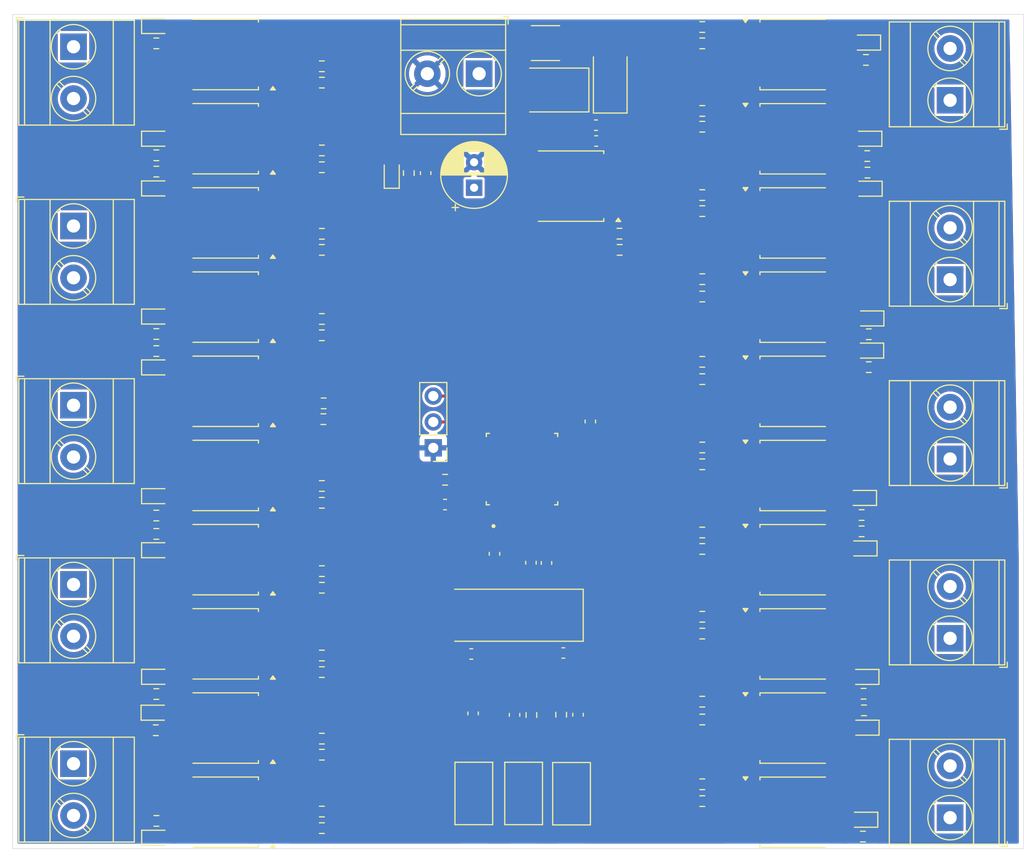
<source format=kicad_pcb>
(kicad_pcb (version 20240108) (generator "pcbnew") (generator_version "8.0")
  (layers (0 "F.Cu" signal) (31 "B.Cu" signal) (34 "B.Paste" user) (35 "F.Paste" user) (36 "B.SilkS" user "B.Silkscreen") (37 "F.SilkS" user "F.Silkscreen") (38 "B.Mask" user) (39 "F.Mask" user) (44 "Edge.Cuts" user))
  (net 0 "")
  (net 1 "/MCU/PA8")
  (net 2 "GND")
  (net 3 "/MCU/PA10")
  (net 4 "/Power Managment/Vcc_12_REG")
  (net 5 "/MCU/VCC_3v3")
  (net 6 "Net-(D1-A1)")
  (net 7 "Net-(D3-A)")
  (net 8 "/MCU/PA7")
  (net 9 "/Switch/CH1")
  (net 10 "Net-(D4-A)")
  (net 11 "/MCU/PB12")
  (net 12 "/MCU/PA12")
  (net 13 "/MCU/~{RST}")
  (net 14 "Net-(D5-A)")
  (net 15 "/MCU/PA3")
  (net 16 "/Switch/CH2")
  (net 17 "/Switch/CH3")
  (net 18 "Net-(D6-A)")
  (net 19 "Net-(D7-A)")
  (net 20 "/Switch/CH4")
  (net 21 "/MCU/PA1")
  (net 22 "/Switch/CH5")
  (net 23 "Net-(D8-A)")
  (net 24 "/MCU/PA13_SWDIO")
  (net 25 "/MCU/PA0")
  (net 26 "/Switch/CH8")
  (net 27 "Net-(D9-A)")
  (net 28 "Net-(D10-A)")
  (net 29 "/Switch/CH6")
  (net 30 "/Switch/CH9")
  (net 31 "/MCU/PA4")
  (net 32 "/MCU/PB15")
  (net 33 "/MCU/PB11")
  (net 34 "/MCU/PB2")
  (net 35 "/MCU/PB0")
  (net 36 "/MCU/PB13")
  (net 37 "/MCU/PB1")
  (net 38 "/MCU/PB10")
  (net 39 "/MCU/PA11")
  (net 40 "/MCU/PB14")
  (net 41 "/MCU/PF0-OSC_IN")
  (net 42 "/MCU/PA9")
  (net 43 "/MCU/PA14_SWCLK")
  (net 44 "/MCU/PA6")
  (net 45 "/MCU/PF1-OSC_OUT")
  (net 46 "/MCU/PA5")
  (net 47 "/MCU/BOOT0")
  (net 48 "Net-(D11-A)")
  (net 49 "/Switch/CH10")
  (net 50 "Net-(D12-A)")
  (net 51 "/Switch/CH7")
  (net 52 "Net-(D13-A)")
  (net 53 "/Switch/CH13")
  (net 54 "Net-(D14-A)")
  (net 55 "Net-(D15-A)")
  (net 56 "/Switch/CH11")
  (net 57 "/Switch/CH14")
  (net 58 "Net-(D16-A)")
  (net 59 "/Switch/CH15")
  (net 60 "Net-(D17-A)")
  (net 61 "/Switch/CH12")
  (net 62 "Net-(D18-A)")
  (net 63 "/Switch/CH18")
  (net 64 "Net-(D19-A)")
  (net 65 "Net-(D20-A)")
  (net 66 "/Switch/CH16")
  (net 67 "Net-(D21-A)")
  (net 68 "/Switch/CH19")
  (net 69 "Net-(D22-A)")
  (net 70 "/Switch/CH20")
  (net 71 "Net-(D23-A)")
  (net 72 "/Switch/CH17")
  (net 73 "/12")
  (net 74 "Net-(Q5-G)")
  (net 87 "Net-(Q1-G)")
  (net 88 "Net-(Q2-G)")
  (net 89 "Net-(Q3-G)")
  (net 90 "Net-(Q4-G)")
  (net 91 "Net-(Q6-G)")
  (net 92 "Net-(Q7-G)")
  (net 93 "Net-(Q8-G)")
  (net 94 "Net-(Q9-G)")
  (net 95 "Net-(Q10-G)")
  (net 96 "Net-(Q11-G)")
  (net 97 "Net-(Q12-G)")
  (net 98 "Net-(Q13-G)")
  (net 99 "Net-(Q14-G)")
  (net 100 "Net-(Q15-G)")
  (net 101 "Net-(Q16-G)")
  (net 102 "Net-(Q17-G)")
  (net 103 "Net-(Q18-G)")
  (net 104 "Net-(Q19-G)")
  (net 105 "Net-(Q20-G)")
  (net 106 "Net-(U3-ADJ)")
  (net 107 "/MCU/PB9")
  (footprint "Resistor_SMD:R_0603_1608Metric" (layer "F.Cu") (at 183.125 76.55)
    (property "Reference" "R24" (hide yes))
    (property "Value" "240R")
  )
  (footprint "Capacitor_THT:CP_Radial_D6.3mm_P2.50mm" (layer "F.Cu") (at 160.75 67.58238 90)
    (property "Reference" "C3" (hide yes))
    (property "Value" "100uF")
  )
  (footprint "Resistor_SMD:R_0603_1608Metric" (layer "F.Cu") (at 129.59326 81.925)
    (property "Reference" "R64" (hide yes))
    (property "Value" "2.2k")
  )
  (footprint "LED_SMD:LED_0603_1608Metric" (layer "F.Cu") (at 198.9625 115.55 180)
    (property "Reference" "D6" (hide yes))
    (property "Value" "LED_Small")
  )
  (footprint "Resistor_SMD:R_0603_1608Metric" (layer "F.Cu") (at 145.825 57.275 180)
    (property "Reference" "R53" (hide yes))
    (property "Value" "240R")
  )
  (footprint "Resistor_SMD:R_0603_1608Metric" (layer "F.Cu") (at 145.825 98.475 180)
    (property "Reference" "R38" (hide yes))
    (property "Value" "240R")
  )
  (footprint "Resistor_SMD:R_0603_1608Metric" (layer "F.Cu") (at 183.125 61.6)
    (property "Reference" "R27" (hide yes))
    (property "Value" "10K")
  )
  (footprint "Resistor_SMD:R_0603_1608Metric" (layer "F.Cu") (at 129.603 129.667)
    (property "Reference" "R46" (hide yes))
    (property "Value" "2.2k")
  )
  (footprint "Resistor_SMD:R_0603_1608Metric" (layer "F.Cu") (at 183.125 127.725)
    (property "Reference" "R6" (hide yes))
    (property "Value" "10K")
  )
  (footprint "Capacitor_SMD:C_0603_1608Metric" (layer "F.Cu") (at 164.719 119.266 -90)
    (property "Reference" "C14" (hide yes))
    (property "Value" "100nF")
  )
  (footprint "Resistor_SMD:R_0603_1608Metric" (layer "F.Cu") (at 129.59326 66)
    (property "Reference" "R60" (hide yes))
    (property "Value" "2.2k")
  )
  (footprint "Crystal:Crystal_SMD_HC49-SD" (layer "F.Cu") (at 164.75 109.5 180)
    (property "Reference" "Y1" (hide yes))
    (property "Value" "8MHZ")
  )
  (footprint "Resistor_SMD:R_0603_1608Metric" (layer "F.Cu") (at 129.54 120.777)
    (property "Reference" "R49" (hide yes))
    (property "Value" "2.2k")
  )
  (footprint "Connector_PinHeader_2.54mm:PinHeader_1x03_P2.54mm_Vertical" (layer "F.Cu") (at 156.75 93.09 180)
    (property "Reference" "J2" (hide yes))
    (property "Value" "SWD")
  )
  (footprint "Resistor_SMD:R_0603_1608Metric" (layer "F.Cu") (at 146 88.725 180)
    (property "Reference" "R51" (hide yes))
    (property "Value" "240R")
  )
  (footprint "Capacitor_SMD:C_0603_1608Metric" (layer "F.Cu") (at 156 66.15 90)
    (property "Reference" "C4" (hide yes))
    (property "Value" "100nF")
  )
  (footprint "Resistor_SMD:R_0603_1608Metric" (layer "F.Cu") (at 129.59326 64.4)
    (property "Reference" "R62" (hide yes))
    (property "Value" "2.2k")
  )
  (footprint "Resistor_SMD:R_0603_1608Metric" (layer "F.Cu") (at 199.175 55.05 180)
    (property "Reference" "R33" (hide yes))
    (property "Value" "2.2k")
  )
  (footprint "Resistor_SMD:R_0603_1608Metric" (layer "F.Cu") (at 183.125 78.25)
    (property "Reference" "R29" (hide yes))
    (property "Value" "10K")
  )
  (footprint "Diode_SMD:D_SMB" (layer "F.Cu") (at 168.35 58 180)
    (property "Reference" "D1" (hide yes))
    (property "Value" "SMBJ18CA")
  )
  (footprint "Resistor_SMD:R_0603_1608Metric" (layer "F.Cu") (at 145.825 82.05 180)
    (property "Reference" "R54" (hide yes))
    (property "Value" "240R")
  )
  (footprint "LED_SMD:LED_0603_1608Metric" (layer "F.Cu") (at 199.25 62.775 180)
    (property "Reference" "D11" (hide yes))
    (property "Value" "LED_Small")
  )
  (footprint "Package_TO_SOT_SMD:TO-252-2" (layer "F.Cu") (at 136.293398 87.541388 180)
    (property "Reference" "Q17" (hide yes))
    (property "Value" "MOT90N03D")
  )
  (footprint "Resistor_SMD:R_0603_1608Metric" (layer "F.Cu") (at 145.825 96.825)
    (property "Reference" "R43" (hide yes))
    (property "Value" "10K")
  )
  (footprint "Resistor_SMD:R_0603_1608Metric" (layer "F.Cu") (at 169.291 119.253 -90)
    (property "Reference" "R3" (hide yes))
    (property "Value" "10K")
  )
  (footprint "Package_TO_SOT_SMD:TO-252-2" (layer "F.Cu") (at 136.293398 95.79611 180)
    (property "Reference" "Q14" (hide yes))
    (property "Value" "MOT90N03D")
  )
  (footprint "Button_Switch_SMD:SW_SPST_CK_RS282G05A3" (layer "F.Cu") (at 160.725 126.975 90)
    (property "Reference" "SW1" (hide yes))
    (property "Value" "SW_SPST")
  )
  (footprint "Resistor_SMD:R_0603_1608Metric" (layer "F.Cu") (at 199.45 85.175 180)
    (property "Reference" "R31" (hide yes))
    (property "Value" "2.2k")
  )
  (footprint "LED_SMD:LED_0603_1608Metric" (layer "F.Cu") (at 129.63326 85.2)
    (property "Reference" "D20" (hide yes))
    (property "Value" "LED_Small")
  )
  (footprint "TerminalBlock_Phoenix:TerminalBlock_Phoenix_MKDS-3-2-5.08_1x02_P5.08mm_Horizontal" (layer "F.Cu") (at 121.47313 71.332798 -90)
    (property "Reference" "J11" (hide yes))
    (property "Value" "C1,2")
  )
  (footprint "Resistor_SMD:R_0603_1608Metric" (layer "F.Cu") (at 183.125 94.7)
    (property "Reference" "R18" (hide yes))
    (property "Value" "10K")
  )
  (footprint "TerminalBlock_Phoenix:TerminalBlock_Phoenix_MKDS-3-2-5.08_1x02_P5.08mm_Horizontal" (layer "F.Cu") (at 207.425 59.005 90)
    (property "Reference" "J7" (hide yes))
    (property "Value" "C1,2")
  )
  (footprint "Resistor_SMD:R_0603_1608Metric" (layer "F.Cu") (at 145.825 72.1 180)
    (property "Reference" "R55" (hide yes))
    (property "Value" "10K")
  )
  (footprint "Resistor_SMD:R_0603_1608Metric" (layer "F.Cu") (at 183.125 69.875)
    (property "Reference" "R25" (hide yes))
    (property "Value" "10K")
  )
  (footprint "Resistor_SMD:R_0603_1608Metric" (layer "F.Cu") (at 145.975 90.275 180)
    (property "Reference" "R56" (hide yes))
    (property "Value" "10K")
  )
  (footprint "Package_TO_SOT_SMD:TO-252-2" (layer "F.Cu") (at 170.16 67.425 180)
    (property "Reference" "U3" (hide yes))
    (property "Value" "LM317_TO-252")
  )
  (footprint "Resistor_SMD:R_0603_1608Metric" (layer "F.Cu") (at 145.825 121.6 180)
    (property "Reference" "R44" (hide yes))
    (property "Value" "10K")
  )
  (footprint "LED_SMD:LED_0603_1608Metric" (layer "F.Cu") (at 129.643 131.317)
    (property "Reference" "D15" (hide yes))
    (property "Value" "LED_Small")
  )
  (footprint "Resistor_SMD:R_0603_1608Metric" (layer "F.Cu") (at 145.825 123.175 180)
    (property "Reference" "R39" (hide yes))
    (property "Value" "240R")
  )
  (footprint "Package_TO_SOT_SMD:TO-252-2" (layer "F.Cu") (at 136.293398 128.815 180)
    (property "Reference" "Q12" (hide yes))
    (property "Value" "MOT90N03D")
  )
  (footprint "Resistor_SMD:R_0603_1608Metric" (layer "F.Cu") (at 183.125 103)
    (property "Reference" "R15" (hide yes))
    (property "Value" "10K")
  )
  (footprint "Capacitor_SMD:C_0603_1608Metric" (layer "F.Cu") (at 172.15 90.5 90)
    (property "Reference" "C5" (hide yes))
    (property "Value" "4.7uF")
  )
  (footprint "Resistor_SMD:R_0603_1608Metric" (layer "F.Cu") (at 145.825 80.45 180)
    (property "Reference" "R59" (hide yes))
    (property "Value" "10K")
  )
  (footprint "Resistor_SMD:R_0603_1608Metric" (layer "F.Cu") (at 198.9375 117.2 180)
    (property "Reference" "R13" (hide yes))
    (property "Value" "2.2k")
  )
  (footprint "Resistor_SMD:R_0603_1608Metric" (layer "F.Cu") (at 166.37 119.284099 -90)
    (property "Reference" "R4" (hide yes))
    (property "Value" "10K")
  )
  (footprint "Package_TO_SOT_SMD:TO-252-2" (layer "F.Cu") (at 192.09 112.310554)
    (property "Reference" "Q3" (hide yes))
    (property "Value" "MOT90N03D")
  )
  (footprint "Package_TO_SOT_SMD:TO-252-2" (layer "F.Cu") (at 192.09 54.5275)
    (property "Reference" "Q9" (hide yes))
    (property "Value" "MOT90N03D")
  )
  (footprint "TerminalBlock_Phoenix:TerminalBlock_Phoenix_MKDS-3-2-5.08_1x02_P5.08mm_Horizontal" (layer "F.Cu") (at 121.47313 106.481352 -90)
    (property "Reference" "J9" (hide yes))
    (property "Value" "C1,2")
  )
  (footprint "LED_SMD:LED_0603_1608Metric" (layer "F.Cu") (at 129.63326 115.537261)
    (property "Reference" "D14" (hide yes))
    (property "Value" "LED_Small")
  )
  (footprint "Resistor_SMD:R_0603_1608Metric" (layer "F.Cu") (at 183.125 51.825)
    (property "Reference" "R23" (hide yes))
    (property "Value" "240R")
  )
  (footprint "Capacitor_SMD:C_0603_1608Metric" (layer "F.Cu") (at 162.75 103.475 -90)
    (property "Reference" "C7" (hide yes))
    (property "Value" "100nF")
  )
  (footprint "TerminalBlock_Phoenix:TerminalBlock_Phoenix_MKDS-3-2-5.08_1x02_P5.08mm_Horizontal" (layer "F.Cu") (at 207.425 129.35 90)
    (property "Reference" "J3" (hide yes))
    (property "Value" "C1,2")
  )
  (footprint "Resistor_SMD:R_0603_1608Metric" (layer "F.Cu") (at 145.825 130.375 180)
    (property "Reference" "R36" (hide yes))
    (property "Value" "240R")
  )
  (footprint "Package_TO_SOT_SMD:TO-252-2" (layer "F.Cu") (at 136.293398 71.031944 180)
    (property "Reference" "Q16" (hide yes))
    (property "Value" "MOT90N03D")
  )
  (footprint "Package_TO_SOT_SMD:TO-252-2" (layer "F.Cu") (at 136.293398 112.305554 180)
    (property "Reference" "Q11" (hide yes))
    (property "Value" "MOT90N03D")
  )
  (footprint "Resistor_SMD:R_0603_1608Metric" (layer "F.Cu") (at 129.59326 53.425)
    (property "Reference" "R63" (hide yes))
    (property "Value" "2.2k")
  )
  (footprint "Resistor_SMD:R_0603_1608Metric" (layer "F.Cu") (at 145.825 65.575 180)
    (property "Reference" "R52" (hide yes))
    (property "Value" "240R")
  )
  (footprint "Resistor_SMD:R_0603_1608Metric" (layer "F.Cu") (at 175.006069 72.086904)
    (property "Reference" "R65" (hide yes))
    (property "Value" "240R")
  )
  (footprint "Package_TO_SOT_SMD:TO-252-2" (layer "F.Cu") (at 136.293398 54.5225 180)
    (property "Reference" "Q19" (hide yes))
    (property "Value" "MOT90N03D")
  )
  (footprint "Resistor_SMD:R_0603_1608Metric" (layer "F.Cu") (at 183.125 86.35)
    (property "Reference" "R21" (hide yes))
    (property "Value" "240R")
  )
  (footprint "Resistor_SMD:R_0603_1608Metric" (layer "F.Cu") (at 183.125 101.388233)
    (property "Reference" "R14" (hide yes))
    (property "Value" "240R")
  )
  (footprint "Capacitor_SMD:C_0603_1608Metric" (layer "F.Cu") (at 172.7 61.45 180)
    (property "Reference" "C2" (hide yes))
    (property "Value" "100nF")
  )
  (footprint "Capacitor_SMD:C_0603_1608Metric" (layer "F.Cu") (at 167.85 104.375 -90)
    (property "Reference" "C9" (hide yes))
    (property "Value" "10nF")
  )
  (footprint "Resistor_SMD:R_0603_1608Metric" (layer "F.Cu") (at 145.825 55.675 180)
    (property "Reference" "R58" (hide yes))
    (property "Value" "10K")
  )
  (footprint "Resistor_SMD:R_0603_1608Metric" (layer "F.Cu") (at 198.75 101.275 180)
    (property "Reference" "R16" (hide yes))
    (property "Value" "2.2k")
  )
  (footprint "Resistor_SMD:R_0603_1608Metric" (layer "F.Cu") (at 183.125 53.425)
    (property "Reference" "R28" (hide yes))
    (property "Value" "10K")
  )
  (footprint "Fuse:Fuse_1812_4532Metric" (layer "F.Cu") (at 167.75 53.4 180)
    (property "Reference" "TH1" (hide yes))
    (property "Value" "Thermistor_PTC")
  )
  (footprint "Resistor_SMD:R_0603_1608Metric" (layer "F.Cu") (at 199.3 64.475)
    (property "Reference" "R32" (hide yes))
    (property "Value" "2.2k")
  )
  (footprint "LED_SMD:LED_0603_1608Metric" (layer "F.Cu") (at 198.775 102.95 180)
    (property "Reference" "D7" (hide yes))
    (property "Value" "LED_Small")
  )
  (footprint "Capacitor_SMD:C_0603_1608Metric" (layer "F.Cu") (at 169.5 113.2)
    (property "Reference" "C11" (hide yes))
    (property "Value" "20pF")
  )
  (footprint "LED_SMD:LED_0603_1608Metric" (layer "F.Cu") (at 129.63326 51.725)
    (property "Reference" "D22" (hide yes))
    (property "Value" "LED_Small")
  )
  (footprint "LED_SMD:LED_0603_1608Metric" (layer "F.Cu") (at 199.45 80.4 180)
    (property "Reference" "D13" (hide yes))
    (property "Value" "LED_Small")
  )
  (footprint "TerminalBlock_Phoenix:TerminalBlock_Phoenix_MKDS-3-2-5.08_1x02_P5.08mm_Horizontal" (layer "F.Cu") (at 121.47313 53.758521 -90)
    (property "Reference" "J12" (hide yes))
    (property "Value" "C1,2")
  )
  (footprint "Capacitor_SMD:C_0603_1608Metric" (layer "F.Cu") (at 172.725 63 180)
    (property "Reference" "C1" (hide yes))
    (property "Value" "10uF")
  )
  (footprint "TerminalBlock_Phoenix:TerminalBlock_Phoenix_MKDS-3-2-5.08_1x02_P5.08mm_Horizontal" (layer "F.Cu") (at 161.245 56.4 180)
    (property "Reference" "J1" (hide yes))
    (property "Value" "Main_12+")
  )
  (footprint "Resistor_SMD:R_0603_1608Metric" (layer "F.Cu") (at 183.125 126.075)
    (property "Reference" "R5" (hide yes))
    (property "Value" "240R")
  )
  (footprint "Capacitor_SMD:C_0603_1608Metric" (layer "F.Cu") (at 160.655 119.126 -90)
    (property "Reference" "C10" (hide yes))
    (property "Value" "100nF")
  )
  (footprint "LED_SMD:LED_0603_1608Metric" (layer "F.Cu") (at 129.58 119.055809)
    (property "Reference" "D18" (hide yes))
    (property "Value" "LED_Small")
  )
  (footprint "LED_SMD:LED_0603_1608Metric" (layer "F.Cu") (at 129.63326 103.125)
    (property "Reference" "D16" (hide yes))
    (property "Value" "LED_Small")
  )
  (footprint "TerminalBlock_Phoenix:TerminalBlock_Phoenix_MKDS-3-2-5.08_1x02_P5.08mm_Horizontal" (layer "F.Cu") (at 207.425 76.59125 90)
    (property "Reference" "J6" (hide yes))
    (property "Value" "C1,2")
  )
  (footprint "Diode_SMD:D_SMA" (layer "F.Cu") (at 174.1 56.75 90)
    (property "Reference" "D2" (hide yes))
    (property "Value" "SS34")
  )
  (footprint "TerminalBlock_Phoenix:TerminalBlock_Phoenix_MKDS-3-2-5.08_1x02_P5.08mm_Horizontal" (layer "F.Cu") (at 207.425 94.1775 90)
    (property "Reference" "J5" (hide yes))
    (property "Value" "C1,2")
  )
  (footprint "LED_SMD:LED_0603_1608Metric" (layer "F.Cu") (at 152.675 66.15 90)
    (property "Reference" "D3" (hide yes))
    (property "Value" "LED")
  )
  (footprint "Button_Switch_SMD:SW_SPST_CK_RS282G05A3" (layer "F.Cu") (at 165.608 126.975 90)
    (property "Reference" "SW3" (hide yes))
    (property "Value" "SW_SPST")
  )
  (footprint "Resistor_SMD:R_0603_1608Metric" (layer "F.Cu") (at 183.125 60.05)
    (property "Reference" "R22" (hide yes))
    (property "Value" "240R")
  )
  (footprint "Package_TO_SOT_SMD:TO-252-2" (layer "F.Cu") (at 192.09 79.291666)
    (property "Reference" "Q10" (hide yes))
    (property "Value" "MOT90N03D")
  )
  (footprint "Resistor_SMD:R_0603_1608Metric" (layer "F.Cu") (at 154.35 66.15 90)
    (property "Reference" "R1" (hide yes))
    (property "Value" "240R")
  )
  (footprint "Resistor_SMD:R_0603_1608Metric" (layer "F.Cu") (at 145.825 63.925 180)
    (property "Reference" "R57" (hide yes))
    (property "Value" "10K")
  )
  (footprint "Package_TO_SOT_SMD:TO-252-2" (layer "F.Cu") (at 192.09 71.036944)
    (property "Reference" "Q6" (hide yes))
    (property "Value" "MOT90N03D")
  )
  (footprint "Resistor_SMD:R_0603_1608Metric" (layer "F.Cu") (at 183.125 111.3)
    (property "Reference" "R12" (hide yes))
    (property "Value" "10K")
  )
  (footprint "Package_TO_SOT_SMD:TO-252-2" (layer "F.Cu") (at 192.09 128.82)
    (property "Reference" "Q1" (hide yes))
    (property "Value" "MOT90N03D")
  )
  (footprint "Resistor_SMD:R_0603_1608Metric" (layer "F.Cu") (at 183.125 93.05)
    (property "Reference" "R17" (hide yes))
    (property "Value" "240R")
  )
  (footprint "Package_TO_SOT_SMD:TO-252-2" (layer "F.Cu") (at 136.293398 120.560276 180)
    (property "Reference" "Q15" (hide yes))
    (property "Value" "MOT90N03D")
  )
  (footprint "Button_Switch_SMD:SW_SPST_CK_RS282G05A3" (layer "F.Cu") (at 170.307 127 90)
    (property "Reference" "SW2" (hide yes))
    (property "Value" "SW_SPST")
  )
  (footprint "LED_SMD:LED_0603_1608Metric" (layer "F.Cu") (at 129.63326 80.213182)
    (property "Reference" "D23" (hide yes))
    (property "Value" "LED_Small")
  )
  (footprint "LED_SMD:LED_0603_1608Metric" (layer "F.Cu") (at 129.63326 97.825012)
    (property "Reference" "D17" (hide yes))
    (property "Value" "LED_Small")
  )
  (footprint "Package_TO_SOT_SMD:TO-252-2" (layer "F.Cu") (at 136.293398 79.286666 180)
    (property "Reference" "Q20" (hide yes))
    (property "Value" "MOT90N03D")
  )
  (footprint "Resistor_SMD:R_0603_1608Metric" (layer "F.Cu") (at 198.875 131.2 180)
    (property "Reference" "R7" (hide yes))
    (property "Value" "2.2k")
  )
  (footprint "TerminalBlock_Phoenix:TerminalBlock_Phoenix_MKDS-3-2-5.08_1x02_P5.08mm_Horizontal" (layer "F.Cu") (at 207.425 111.76375 90)
    (property "Reference" "J4" (hide yes))
    (property "Value" "C1,2")
  )
  (footprint "Resistor_SMD:R_0603_1608Metric" (layer "F.Cu") (at 129.59326 99.725)
    (property "Reference" "R48" (hide yes))
    (property "Value" "2.2k")
  )
  (footprint "Package_TO_SOT_SMD:TO-252-2" (layer "F.Cu") (at 192.09 120.565276)
    (property "Reference" "Q2" (hide yes))
    (property "Value" "MOT90N03D")
  )
  (footprint "LED_SMD:LED_0603_1608Metric" (layer "F.Cu") (at 198.975 120.525 180)
    (property "Reference" "D5" (hide yes))
    (property "Value" "LED_Small")
  )
  (footprint "Package_TO_SOT_SMD:TO-252-2" (layer "F.Cu") (at 192.09 104.055832)
    (property "Reference" "Q4" (hide yes))
    (property "Value" "MOT90N03D")
  )
  (footprint "Package_TO_SOT_SMD:TO-252-2" (layer "F.Cu") (at 192.09 87.546388)
    (property "Reference" "Q7" (hide yes))
    (property "Value" "MOT90N03D")
  )
  (footprint "LED_SMD:LED_0603_1608Metric" (layer "F.Cu") (at 199.125 53.35 180)
    (property "Reference" "D12" (hide yes))
    (property "Value" "LED_Small")
  )
  (footprint "TerminalBlock_Phoenix:TerminalBlock_Phoenix_MKDS-3-2-5.08_1x02_P5.08mm_Horizontal" (layer "F.Cu") (at 121.47313 88.907075 -90)
    (property "Reference" "J10" (hide yes))
    (property "Value" "C1,2")
  )
  (footprint "Resistor_SMD:R_0603_1608Metric" (layer "F.Cu") (at 157.915911 96.216098)
    (property "Reference" "R2" (hide yes))
    (property "Value" "10K")
  )
  (footprint "LED_SMD:LED_0603_1608Metric" (layer "F.Cu") (at 198.725 98 180)
    (property "Reference" "D8" (hide yes))
    (property "Value" "LED_Small")
  )
  (footprint "Resistor_SMD:R_0603_1608Metric" (layer "F.Cu") (at 145.825 115.075 180)
    (property "Reference" "R35" (hide yes))
    (property "Value" "240R")
  )
  (footprint "Resistor_SMD:R_0603_1608Metric" (layer "F.Cu") (at 183.125 84.65)
    (property "Reference" "R26" (hide yes))
    (property "Value" "10K")
  )
  (footprint "Resistor_SMD:R_0603_1608Metric" (layer "F.Cu") (at 199.45 81.95)
    (property "Reference" "R34" (hide yes))
    (property "Value" "2.2k")
  )
  (footprint "Resistor_SMD:R_0603_1608Metric" (layer "F.Cu") (at 175.025 73.675 180)
    (property "Reference" "R66" (hide yes))
    (property "Value" "402R")
  )
  (footprint "Resistor_SMD:R_0603_1608Metric" (layer "F.Cu") (at 145.825 105.175 180)
    (property "Reference" "R42" (hide yes))
    (property "Value" "10K")
  )
  (footprint "Package_TO_SOT_SMD:TO-252-2" (layer "F.Cu") (at 136.293398 104.050832 180)
    (property "Reference" "Q13" (hide yes))
    (property "Value" "MOT90N03D")
  )
  (footprint "Resistor_SMD:R_0603_1608Metric" (layer "F.Cu") (at 129.59326 83.6)
    (property "Reference" "R61" (hide yes))
    (property "Value" "2.2k")
  )
  (footprint "LED_SMD:LED_0603_1608Metric" (layer "F.Cu") (at 199.275 67.675 180)
    (property "Reference" "D9" (hide yes))
    (property "Value" "LED_Small")
  )
  (footprint "Resistor_SMD:R_0603_1608Metric" (layer "F.Cu") (at 145.825 73.675 180)
    (property "Reference" "R50" (hide yes))
    (property "Value" "240R")
  )
  (footprint "Resistor_SMD:R_0603_1608Metric" (layer "F.Cu") (at 145.825 106.80385 180)
    (property "Reference" "R37" (hide yes))
    (property "Value" "240R")
  )
  (footprint "LED_SMD:LED_0603_1608Metric" (layer "F.Cu") (at 199.425 83.55 180)
    (property "Reference" "D10" (hide yes))
    (property "Value" "LED_Small")
  )
  (footprint "LED_SMD:LED_0603_1608Metric" (layer "F.Cu") (at 129.63326 67.65)
    (property "Reference" "D19" (hide yes))
    (property "Value" "LED_Small")
  )
  (footprint "Resistor_SMD:R_0603_1608Metric" (layer "F.Cu") (at 183.125 117.975)
    (property "Reference" "R8" (hide yes))
    (property "Value" "240R")
  )
  (footprint "Resistor_SMD:R_0603_1608Metric" (layer "F.Cu") (at 129.59326 117.227407)
    (property "Reference" "R45" (hide yes))
    (property "Value" "2.2k")
  )
  (footprint "Resistor_SMD:R_0603_1608Metric" (layer "F.Cu") (at 145.825 113.45 180)
    (property "Reference" "R40" (hide yes))
    (property "Value" "10K")
  )
  (footprint "Resistor_SMD:R_0603_1608Metric" (layer "F.Cu") (at 129.59326 101.525)
    (property "Reference" "R47" (hide yes))
    (property "Value" "2.2k")
  )
  (footprint "Resistor_SMD:R_0603_1608Metric" (layer "F.Cu") (at 198.75 99.675)
    (property "Reference" "R19" (hide yes))
    (property "Value" "2.2k")
  )
  (footprint "Resistor_SMD:R_0603_1608Metric" (layer "F.Cu") (at 183.125 109.65)
    (property "Reference" "R11" (hide yes))
    (property "Value" "240R")
  )
  (footprint "Resistor_SMD:R_0603_1608Metric" (layer "F.Cu") (at 199.325 66.1 180)
    (property "Reference" "R30" (hide yes))
    (property "Value" "2.2k")
  )
  (footprint "Package_TO_SOT_SMD:TO-252-2" (layer "F.Cu") (at 136.293398 62.777222 180)
    (property "Reference" "Q18" (hide yes))
    (property "Value" "MOT90N03D")
  )
  (footprint "STM32F030C8T6TR:QFP50P900X900X160-48N" (layer "F.Cu") (at 165.45 95.1735 90)
    (property "Reference" "U1" (hide yes))
    (property "Value" "STM32F030C8T6TR")
  )
  (footprint "Resistor_SMD:R_0603_1608Metric" (layer "F.Cu") (at 145.825 128.75 180)
    (property "Reference" "R41" (hide yes))
    (property "Value" "10K")
  )
  (footprint "Capacitor_SMD:C_0603_1608Metric" (layer "F.Cu") (at 170.942 119.253 -90)
    (property "Reference" "C13" (hide yes))
    (property "Value" "100nF")
  )
  (footprint "Capacitor_SMD:C_0603_1608Metric" (layer "F.Cu") (at 157.9 98.65 180)
    (property "Reference" "C6" (hide yes))
    (property "Value" "100nF")
  )
  (footprint "TerminalBlock_Phoenix:TerminalBlock_Phoenix_MKDS-3-2-5.08_1x02_P5.08mm_Horizontal" (layer "F.Cu") (at 121.47313 124.055629 -90)
    (property "Reference" "J8" (hide yes))
    (property "Value" "C1,2")
  )
  (footprint "Capacitor_SMD:C_0603_1608Metric" (layer "F.Cu") (at 166.325 104.35 -90)
    (property "Reference" "C8" (hide yes))
    (property "Value" "1uF")
  )
  (footprint "Package_TO_SOT_SMD:TO-252-2" (layer "F.Cu") (at 192.09 95.80111)
    (property "Reference" "Q5" (hide yes))
    (property "Value" "MOT90N03D")
  )
  (footprint "Package_TO_SOT_SMD:TO-252-2" (layer "F.Cu") (at 192.09 62.782222)
    (property "Reference" "Q8" (hide yes))
    (property "Value" "MOT90N03D")
  )
  (footprint "Resistor_SMD:R_0603_1608Metric" (layer "F.Cu") (at 183.125 119.725)
    (property "Reference" "R9" (hide yes))
    (property "Value" "10K")
  )
  (footprint "Capacitor_SMD:C_0603_1608Metric" (layer "F.Cu") (at 160.475 113.3 180)
    (property "Reference" "C12" (hide yes))
    (property "Value" "20pF")
  )
  (footprint "Resistor_SMD:R_0603_1608Metric" (layer "F.Cu") (at 183.125 68.302456)
    (property "Reference" "R20" (hide yes))
    (property "Value" "240R")
  )
  (footprint "Resistor_SMD:R_0603_1608Metric" (layer "F.Cu") (at 198.9775 118.825 180)
    (property "Reference" "R10" (hide yes))
    (property "Value" "2.2k")
  )
  (footprint "LED_SMD:LED_0603_1608Metric" (layer "F.Cu") (at 129.63326 62.775)
    (property "Reference" "D21" (hide yes))
    (property "Value" "LED_Small")
  )
  (footprint "LED_SMD:LED_0603_1608Metric" (layer "F.Cu") (at 198.85 129.55 180)
    (property "Reference" "D4" (hide yes))
    (property "Value" "LED_Small")
  )
  (gr_rect (start 115.5 50.59) (end 214.65 132.39) (stroke (width 0.05)) (fill none) (layer "Edge.Cuts"))
  (segment (start 163.684621 82.577) (end 151.257 82.577) (width 0.3) (layer "F.Cu") (net 1))
  (segment (start 149.379 84.247893) (end 149.379 87.745326) (width 0.3) (layer "F.Cu") (net 1))
  (segment (start 149.379 87.745326) (end 148.399326 88.725) (width 0.3) (layer "F.Cu") (net 1))
  (segment (start 166.2 90.9935) (end 166.2 85.092379) (width 0.3) (layer "F.Cu") (net 1))
  (segment (start 148.399326 88.725) (end 146.825 88.725) (width 0.3) (layer "F.Cu") (net 1))
  (segment (start 151.257 82.577) (end 151.049893 82.577) (width 0.3) (layer "F.Cu") (net 1))
  (segment (start 166.2 85.092379) (end 163.684621 82.577) (width 0.3) (layer "F.Cu") (net 1))
  (segment (start 151.049893 82.577) (end 149.379 84.247893) (width 0.3) (layer "F.Cu") (net 1))
  (segment (start 163.203208 83.577) (end 151.5 83.577) (width 0.3) (layer "F.Cu") (net 3))
  (segment (start 165.2 90.9935) (end 165.2 85.573792) (width 0.3) (layer "F.Cu") (net 3))
  (segment (start 150.379 84.698) (end 150.379 105.907) (width 0.3) (layer "F.Cu") (net 3))
  (segment (start 149.48215 106.80385) (end 146.65 106.80385) (width 0.3) (layer "F.Cu") (net 3))
  (segment (start 165.2 85.573792) (end 163.203208 83.577) (width 0.3) (layer "F.Cu") (net 3))
  (segment (start 151.5 83.577) (end 150.379 84.698) (width 0.3) (layer "F.Cu") (net 3))
  (segment (start 150.379 105.907) (end 149.48215 106.80385) (width 0.3) (layer "F.Cu") (net 3))
  (segment (start 172.15 91.725) (end 172.15 91.275) (width 0.3) (layer "F.Cu") (net 5))
  (segment (start 171.5515 92.4235) (end 172.2 91.775) (width 0.3) (layer "F.Cu") (net 5))
  (segment (start 159.2 98.65) (end 159.9265 97.9235) (width 0.3) (layer "F.Cu") (net 5))
  (segment (start 167.85 103.6) (end 167.825 103.575) (width 0.3) (layer "F.Cu") (net 5))
  (segment (start 169.63 92.4235) (end 171.5515 92.4235) (width 0.3) (layer "F.Cu") (net 5))
  (segment (start 159.9265 97.9235) (end 161.27 97.9235) (width 0.3) (layer "F.Cu") (net 5))
  (segment (start 166.7 103.2) (end 166.7 99.3535) (width 0.3) (layer "F.Cu") (net 5))
  (segment (start 166.325 103.575) (end 166.7 103.2) (width 0.3) (layer "F.Cu") (net 5))
  (segment (start 167.825 103.575) (end 166.325 103.575) (width 0.3) (layer "F.Cu") (net 5))
  (segment (start 162.75 102.7) (end 162.7 102.65) (width 0.3) (layer "F.Cu") (net 5))
  (segment (start 172.2 91.775) (end 172.15 91.725) (width 0.3) (layer "F.Cu") (net 5))
  (segment (start 162.7 102.65) (end 162.7 99.3535) (width 0.3) (layer "F.Cu") (net 5))
  (segment (start 158.675 98.65) (end 159.2 98.65) (width 0.3) (layer "F.Cu") (net 5))
  (segment (start 181.325 93.05) (end 182.3 93.05) (width 0.3) (layer "F.Cu") (net 8))
  (segment (start 169.63 95.9235) (end 178.4515 95.9235) (width 0.3) (layer "F.Cu") (net 8))
  (segment (start 178.4515 95.9235) (end 181.325 93.05) (width 0.3) (layer "F.Cu") (net 8))
  (segment (start 168.2 90.9935) (end 168.2 84.163682) (width 0.3) (layer "F.Cu") (net 11))
  (segment (start 148.836 77.081) (end 148.836 57.904) (width 0.3) (layer "F.Cu") (net 11))
  (segment (start 152.281 80.526) (end 148.836 77.081) (width 0.3) (layer "F.Cu") (net 11))
  (segment (start 164.890659 80.854341) (end 164.855212 80.818893) (width 0.3) (layer "F.Cu") (net 11))
  (segment (start 168.2 84.163682) (end 164.890659 80.854341) (width 0.3) (layer "F.Cu") (net 11))
  (segment (start 164.562319 80.526) (end 152.281 80.526) (width 0.3) (layer "F.Cu") (net 11))
  (segment (start 148.207 57.275) (end 146.65 57.275) (width 0.3) (layer "F.Cu") (net 11))
  (segment (start 164.855212 80.818893) (end 164.562319 80.526) (width 0.3) (layer "F.Cu") (net 11))
  (segment (start 148.836 57.904) (end 148.207 57.275) (width 0.3) (layer "F.Cu") (net 11))
  (segment (start 164.2 90.9935) (end 164.2 86.043106) (width 0.3) (layer "F.Cu") (net 12))
  (segment (start 150.46969 123.175) (end 146.65 123.175) (width 0.3) (layer "F.Cu") (net 12))
  (segment (start 151.384 85.107212) (end 151.384 122.26069) (width 0.3) (layer "F.Cu") (net 12))
  (segment (start 151.384 122.26069) (end 150.46969 123.175) (width 0.3) (layer "F.Cu") (net 12))
  (segment (start 162.738894 84.582) (end 151.909212 84.582) (width 0.3) (layer "F.Cu") (net 12))
  (segment (start 151.909212 84.582) (end 151.384 85.107212) (width 0.3) (layer "F.Cu") (net 12))
  (segment (start 164.2 86.043106) (end 162.738894 84.582) (width 0.3) (layer "F.Cu") (net 12))
  (segment (start 169.63 97.9235) (end 177.841394 97.9235) (width 0.3) (layer "F.Cu") (net 15))
  (segment (start 177.841394 97.9235) (end 178.425 98.507106) (width 0.3) (layer "F.Cu") (net 15))
  (segment (start 180.175 126.075) (end 182.3 126.075) (width 0.3) (layer "F.Cu") (net 15))
  (segment (start 178.425 98.507106) (end 178.425 124.325) (width 0.3) (layer "F.Cu") (net 15))
  (segment (start 178.425 124.325) (end 180.175 126.075) (width 0.3) (layer "F.Cu") (net 15))
  (segment (start 165.608 120.871099) (end 166.37 120.109099) (width 0.3) (layer "F.Cu") (net 21))
  (segment (start 167.7 99.3535) (end 167.7 100.952894) (width 0.3) (layer "F.Cu") (net 21))
  (segment (start 165.608 125.349) (end 166.264664 126.005664) (width 0.3) (layer "F.Cu") (net 21))
  (segment (start 172.966 106.218894) (end 172.966 125.357) (width 0.3) (layer "F.Cu") (net 21))
  (segment (start 165.608 123.075) (end 165.608 120.871099) (width 0.3) (layer "F.Cu") (net 21))
  (segment (start 172.317336 126.005664) (end 172.974 125.349) (width 0.3) (layer "F.Cu") (net 21))
  (segment (start 166.264664 126.005664) (end 172.317336 126.005664) (width 0.3) (layer "F.Cu") (net 21))
  (segment (start 167.7 100.952894) (end 172.966 106.218894) (width 0.3) (layer "F.Cu") (net 21))
  (segment (start 164.719 120.041) (end 166.301901 120.041) (width 0.3) (layer "F.Cu") (net 21))
  (segment (start 165.608 123.075) (end 165.608 125.349) (width 0.3) (layer "F.Cu") (net 21))
  (segment (start 166.301901 120.041) (end 166.37 120.109099) (width 0.3) (layer "F.Cu") (net 21))
  (segment (start 172.966 125.357) (end 172.317336 126.005664) (width 0.3) (layer "F.Cu") (net 21))
  (segment (start 163.7 89.575) (end 163.7 90.9935) (width 0.3) (layer "F.Cu") (net 24))
  (segment (start 156.75 88.01) (end 162.135 88.01) (width 0.3) (layer "F.Cu") (net 24))
  (segment (start 162.135 88.01) (end 163.7 89.575) (width 0.3) (layer "F.Cu") (net 24))
  (segment (start 169.291 120.078) (end 170.892 120.078) (width 0.3) (layer "F.Cu") (net 25))
  (segment (start 167.2 99.3535) (end 167.2 101.16) (width 0.3) (layer "F.Cu") (net 25))
  (segment (start 170.307 120.663) (end 170.942 120.028) (width 0.3) (layer "F.Cu") (net 25))
  (segment (start 170.892 120.078) (end 170.942 120.028) (width 0.3) (layer "F.Cu") (net 25))
  (segment (start 172.466 106.426) (end 172.466 118.504) (width 0.3) (layer "F.Cu") (net 25))
  (segment (start 167.2 101.16) (end 172.466 106.426) (width 0.3) (layer "F.Cu") (net 25))
  (segment (start 172.466 118.504) (end 170.942 120.028) (width 0.3) (layer "F.Cu") (net 25))
  (segment (start 170.307 123.1) (end 170.307 120.663) (width 0.3) (layer "F.Cu") (net 25))
  (segment (start 178.925 98.3) (end 178.925 116.375) (width 0.3) (layer "F.Cu") (net 31))
  (segment (start 169.63 97.4235) (end 178.0485 97.4235) (width 0.3) (layer "F.Cu") (net 31))
  (segment (start 178.0485 97.4235) (end 178.925 98.3) (width 0.3) (layer "F.Cu") (net 31))
  (segment (start 178.925 116.375) (end 180.525 117.975) (width 0.3) (layer "F.Cu") (net 31))
  (segment (start 180.525 117.975) (end 182.3 117.975) (width 0.3) (layer "F.Cu") (net 31))
  (segment (start 146.677 82.077) (end 146.65 82.05) (width 0.3) (layer "F.Cu") (net 32))
  (segment (start 166.7 90.9935) (end 166.7 84.785) (width 0.3) (layer "F.Cu") (net 32))
  (segment (start 163.992 82.077) (end 146.677 82.077) (width 0.3) (layer "F.Cu") (net 32))
  (segment (start 166.7 84.785) (end 163.992 82.077) (width 0.3) (layer "F.Cu") (net 32))
  (segment (start 178.95 91.85) (end 178.95 55.175) (width 0.3) (layer "F.Cu") (net 33))
  (segment (start 169.63 93.4235) (end 177.3765 93.4235) (width 0.3) (layer "F.Cu") (net 33))
  (segment (start 177.3765 93.4235) (end 178.95 91.85) (width 0.3) (layer "F.Cu") (net 33))
  (segment (start 178.95 55.175) (end 182.3 51.825) (width 0.3) (layer "F.Cu") (net 33))
  (segment (start 177.819394 94.4235) (end 179.95 92.292894) (width 0.3) (layer "F.Cu") (net 34))
  (segment (start 179.95 92.292894) (end 179.95 70.652456) (width 0.3) (layer "F.Cu") (net 34))
  (segment (start 179.95 70.652456) (end 182.3 68.302456) (width 0.3) (layer "F.Cu") (net 34))
  (segment (start 169.63 94.4235) (end 177.819394 94.4235) (width 0.3) (layer "F.Cu") (net 34))
  (segment (start 180.95 92.717894) (end 180.95 87.125) (width 0.3) (layer "F.Cu") (net 35))
  (segment (start 178.244394 95.4235) (end 180.95 92.717894) (width 0.3) (layer "F.Cu") (net 35))
  (segment (start 181.725 86.35) (end 182.3 86.35) (width 0.3) (layer "F.Cu") (net 35))
  (segment (start 180.95 87.125) (end 181.725 86.35) (width 0.3) (layer "F.Cu") (net 35))
  (segment (start 169.63 95.4235) (end 178.244394 95.4235) (width 0.3) (layer "F.Cu") (net 35))
  (segment (start 164.355212 81.026) (end 151.980132 81.026) (width 0.3) (layer "F.Cu") (net 36))
  (segment (start 151.980132 81.026) (end 148.336 77.381868) (width 0.3) (layer "F.Cu") (net 36))
  (segment (start 167.7 84.370788) (end 164.355212 81.026) (width 0.3) (layer "F.Cu") (net 36))
  (segment (start 167.7 90.9935) (end 167.7 84.370788) (width 0.3) (layer "F.Cu") (net 36))
  (segment (start 148.336 77.381868) (end 148.336 66.548) (width 0.3) (layer "F.Cu") (net 36))
  (segment (start 147.363 65.575) (end 146.65 65.575) (width 0.3) (layer "F.Cu") (net 36))
  (segment (start 148.336 66.548) (end 147.363 65.575) (width 0.3) (layer "F.Cu") (net 36))
  (segment (start 180.45 92.5) (end 180.45 78.4) (width 0.3) (layer "F.Cu") (net 37))
  (segment (start 169.63 94.9235) (end 178.0265 94.9235) (width 0.3) (layer "F.Cu") (net 37))
  (segment (start 180.45 78.4) (end 182.3 76.55) (width 0.3) (layer "F.Cu") (net 37))
  (segment (start 178.0265 94.9235) (end 180.45 92.5) (width 0.3) (layer "F.Cu") (net 37))
  (segment (start 179.45 62.9) (end 182.3 60.05) (width 0.3) (layer "F.Cu") (net 38))
  (segment (start 177.612288 93.9235) (end 179.45 92.085788) (width 0.3) (layer "F.Cu") (net 38))
  (segment (start 179.45 92.085788) (end 179.45 62.9) (width 0.3) (layer "F.Cu") (net 38))
  (segment (start 169.63 93.9235) (end 177.612288 93.9235) (width 0.3) (layer "F.Cu") (net 38))
  (segment (start 150.879 114.424) (end 150.228 115.075) (width 0.3) (layer "F.Cu") (net 39))
  (segment (start 151.707106 84.077) (end 150.879 84.905106) (width 0.3) (layer "F.Cu") (net 39))
  (segment (start 150.879 84.905106) (end 150.879 114.424) (width 0.3) (layer "F.Cu") (net 39))
  (segment (start 164.7 85.836) (end 162.941 84.077) (width 0.3) (layer "F.Cu") (net 39))
  (segment (start 150.228 115.075) (end 146.65 115.075) (width 0.3) (layer "F.Cu") (net 39))
  (segment (start 164.7 90.9935) (end 164.7 85.836) (width 0.3) (layer "F.Cu") (net 39))
  (segment (start 162.941 84.077) (end 151.707106 84.077) (width 0.3) (layer "F.Cu") (net 39))
  (segment (start 167.2 84.577894) (end 164.156106 81.534) (width 0.3) (layer "F.Cu") (net 40))
  (segment (start 146.65 76.419) (end 146.65 73.675) (width 0.3) (layer "F.Cu") (net 40))
  (segment (start 167.2 90.9935) (end 167.2 84.577894) (width 0.3) (layer "F.Cu") (net 40))
  (segment (start 151.765 81.534) (end 146.65 76.419) (width 0.3) (layer "F.Cu") (net 40))
  (segment (start 164.156106 81.534) (end 151.765 81.534) (width 0.3) (layer "F.Cu") (net 40))
  (segment (start 164.7 99.3535) (end 164.7 107.647679) (width 0.3) (layer "F.Cu") (net 41))
  (segment (start 164.7 107.647679) (end 162.847679 109.5) (width 0.3) (layer "F.Cu") (net 41))
  (segment (start 162.847679 109.5) (end 160.5 109.5) (width 0.3) (layer "F.Cu") (net 41))
  (segment (start 161.25 110.25) (end 160.5 109.5) (width 0.3) (layer "F.Cu") (net 41))
  (segment (start 161.25 113.3) (end 161.25 110.25) (width 0.3) (layer "F.Cu") (net 41))
  (segment (start 151.257 83.077) (end 149.879 84.455) (width 0.3) (layer "F.Cu") (net 42))
  (segment (start 165.7 85.366686) (end 163.410314 83.077) (width 0.3) (layer "F.Cu") (net 42))
  (segment (start 149.879 96.755) (end 148.159 98.475) (width 0.3) (layer "F.Cu") (net 42))
  (segment (start 163.410314 83.077) (end 151.257 83.077) (width 0.3) (layer "F.Cu") (net 42))
  (segment (start 165.7 90.9935) (end 165.7 85.366686) (width 0.3) (layer "F.Cu") (net 42))
  (segment (start 149.879 84.455) (end 149.879 96.755) (width 0.3) (layer "F.Cu") (net 42))
  (segment (start 148.159 98.475) (end 146.65 98.475) (width 0.3) (layer "F.Cu") (net 42))
  (segment (start 158.425 90.55) (end 156.75 90.55) (width 0.3) (layer "F.Cu") (net 43))
  (segment (start 161.27 92.4235) (end 160.2985 92.4235) (width 0.3) (layer "F.Cu") (net 43))
  (segment (start 160.2985 92.4235) (end 158.425 90.55) (width 0.3) (layer "F.Cu") (net 43))
  (segment (start 179.925 100.825) (end 180.488233 101.388233) (width 0.3) (layer "F.Cu") (net 44))
  (segment (start 179.925 97.8) (end 179.925 100.825) (width 0.3) (layer "F.Cu") (net 44))
  (segment (start 180.488233 101.388233) (end 182.3 101.388233) (width 0.3) (layer "F.Cu") (net 44))
  (segment (start 178.5485 96.4235) (end 179.925 97.8) (width 0.3) (layer "F.Cu") (net 44))
  (segment (start 169.63 96.4235) (end 178.5485 96.4235) (width 0.3) (layer "F.Cu") (net 44))
  (segment (start 165.2 107.575) (end 167.125 109.5) (width 0.3) (layer "F.Cu") (net 45))
  (segment (start 168.725 113.2) (end 168.725 109.775) (width 0.3) (layer "F.Cu") (net 45))
  (segment (start 167.125 109.5) (end 169 109.5) (width 0.3) (layer "F.Cu") (net 45))
  (segment (start 165.2 99.3535) (end 165.2 107.575) (width 0.3) (layer "F.Cu") (net 45))
  (segment (start 168.725 109.775) (end 169 109.5) (width 0.3) (layer "F.Cu") (net 45))
  (segment (start 179.425 98.007106) (end 179.425 109) (width 0.3) (layer "F.Cu") (net 46))
  (segment (start 180.075 109.65) (end 182.3 109.65) (width 0.3) (layer "F.Cu") (net 46))
  (segment (start 169.63 96.9235) (end 178.341394 96.9235) (width 0.3) (layer "F.Cu") (net 46))
  (segment (start 179.425 109) (end 180.075 109.65) (width 0.3) (layer "F.Cu") (net 46))
  (segment (start 178.341394 96.9235) (end 179.425 98.007106) (width 0.3) (layer "F.Cu") (net 46))
  (segment (start 159.033509 95.9235) (end 161.27 95.9235) (width 0.3) (layer "F.Cu") (net 47))
  (segment (start 158.740911 96.216098) (end 159.033509 95.9235) (width 0.3) (layer "F.Cu") (net 47))
  (segment (start 153.416 97.409) (end 152.011 98.814) (width 0.3) (layer "F.Cu") (net 107))
  (segment (start 159.733894 97.409) (end 153.416 97.409) (width 0.3) (layer "F.Cu") (net 107))
  (segment (start 152.011 127.262) (end 148.898 130.375) (width 0.3) (layer "F.Cu") (net 107))
  (segment (start 148.898 130.375) (end 146.65 130.375) (width 0.3) (layer "F.Cu") (net 107))
  (segment (start 152.011 98.814) (end 152.011 127.262) (width 0.3) (layer "F.Cu") (net 107))
  (segment (start 160.219394 96.9235) (end 159.733894 97.409) (width 0.3) (layer "F.Cu") (net 107))
  (segment (start 161.27 96.9235) (end 160.219394 96.9235) (width 0.3) (layer "F.Cu") (net 107))
  (zone (net 2) (net_name "GND") (layers "F&B.Cu") (connect_pads (clearance 0.25)) (min_thickness 0.2) (fill yes (thermal_gap 0.5) (thermal_bridge_width 0.5))
    (polygon (pts (xy 115.5 50.59) (xy 213.225 50.875) (xy 214.65 132.39) (xy 115.67313 132.185629) (xy 115.5 132.39)))
  )
)
</source>
